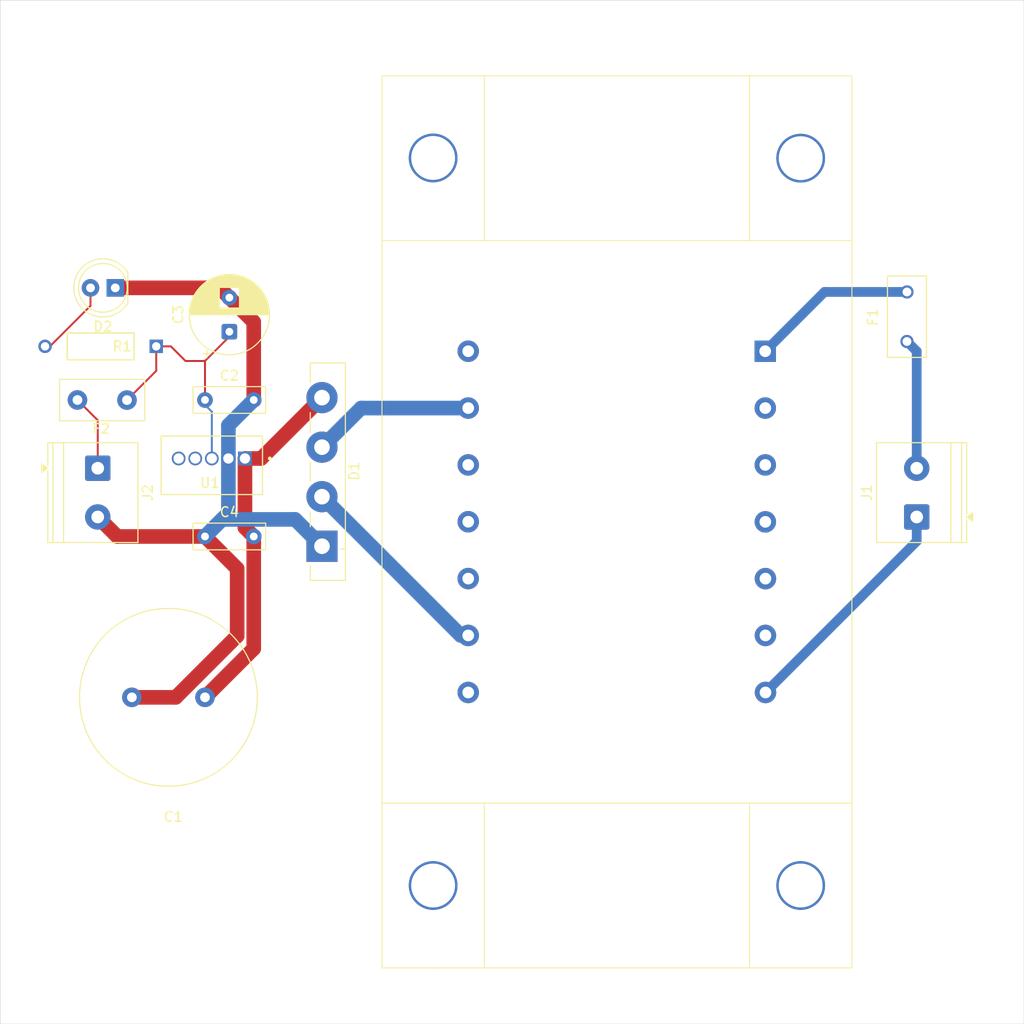
<source format=kicad_pcb>
(kicad_pcb (version 20241229) (generator "pcbnew") (generator_version "9.0")
  (layers (0 "F.Cu" signal) (2 "B.Cu" signal) (13 "F.Paste" user) (15 "B.Paste" user) (5 "F.SilkS" user "F.Silkscreen") (7 "B.SilkS" user "B.Silkscreen") (1 "F.Mask" user) (3 "B.Mask" user) (25 "Edge.Cuts" user))
  (net 0 "")
  (net 1 "Net-(D1-+)")
  (net 2 "GND")
  (net 3 "Net-(U1-Vout)")
  (net 4 "NEUT")
  (net 5 "Net-(D1-Pad2)")
  (net 6 "Net-(D2-A)")
  (net 7 "LINE")
  (net 8 "Net-(J2-Pin_1)")
  (net 9 "Net-(D1-Pad3)")
  (net 10 "Net-(F1-Pad2)")
  (footprint "Capacitor_THT:C_Radial_D18.0mm_H35.5mm_P7.50mm" (layer "F.Cu") (at 91 110.5 180)
    (property "Reference" "C1" (at 3.25 -12.25 0) (layer "F.SilkS"))
    (property "Value" "C_Polarized_Small")
    (fp_circle (center 3.75 0) (end 12.87 0) (stroke (width 0.12)) (fill no) (layer "F.SilkS"))
    (pad "1" thru_hole circle (at 0 0 180) (size 2 2) (drill 1) (layers "*.Cu" "*.Mask") (net 1 "Net-(D1-+)"))
    (pad "2" thru_hole circle (at 7.5 0 180) (size 2 2) (drill 1) (layers "*.Cu" "*.Mask") (net 2 "GND"))
  )
  (footprint "TerminalBlock_Phoenix:TerminalBlock_Phoenix_PT-1,5-2-5.0-H_1x02_P5.00mm_Horizontal" (layer "F.Cu") (at 80 87 -90)
    (property "Reference" "J2" (at 2.5 -5.12 90) (layer "F.SilkS"))
    (property "Value" "Conn_01x02")
    (fp_line (start -2.62 5.12) (end -2.62 -4.12) (stroke (width 0.12)) (layer "F.SilkS"))
    (fp_line (start -0.3 5.12) (end -2.62 5.12) (stroke (width 0.12)) (layer "F.SilkS"))
    (fp_line (start 7.62 5.12) (end 0.3 5.12) (stroke (width 0.12)) (layer "F.SilkS"))
    (fp_line (start -2.62 4.6) (end 7.62 4.6) (stroke (width 0.12)) (layer "F.SilkS"))
    (fp_line (start -2.62 3.5) (end 7.62 3.5) (stroke (width 0.12)) (layer "F.SilkS"))
    (fp_line (start -2.62 -4.12) (end 7.62 -4.12) (stroke (width 0.12)) (layer "F.SilkS"))
    (fp_line (start 7.62 -4.12) (end 7.62 5.12) (stroke (width 0.12)) (layer "F.SilkS"))
    (fp_poly (pts (xy 0 5.12) (xy 0.44 5.73) (xy -0.44 5.73)) (stroke (width 0.12)) (fill yes) (layer "F.SilkS"))
    (pad "1" thru_hole roundrect (at 0 0 270) (size 2.6 2.6) (drill 1.3) (layers "*.Cu" "*.Mask") (roundrect_rratio 0.096154) (net 8 "Net-(J2-Pin_1)"))
    (pad "2" thru_hole circle (at 5 0 270) (size 2.6 2.6) (drill 1.3) (layers "*.Cu" "*.Mask") (net 2 "GND"))
  )
  (footprint "Fuse:Fuse_Littelfuse_395Series" (layer "F.Cu") (at 83 80.01 180)
    (property "Reference" "F2" (at 2.65 -2.95 0) (layer "F.SilkS"))
    (property "Value" "Fuse_Small")
    (fp_line (start 6.91 2.12) (end 6.91 -2.12) (stroke (width 0.12)) (layer "F.SilkS"))
    (fp_line (start 6.91 2.12) (end -1.83 2.12) (stroke (width 0.12)) (layer "F.SilkS"))
    (fp_line (start -1.83 -2.12) (end 6.91 -2.12) (stroke (width 0.12)) (layer "F.SilkS"))
    (fp_line (start -1.83 -2.12) (end -1.83 2.12) (stroke (width 0.12)) (layer "F.SilkS"))
    (pad "1" thru_hole circle (at 0 0 180) (size 2 2) (drill 1) (layers "*.Cu" "*.Mask") (net 3 "Net-(U1-Vout)"))
    (pad "2" thru_hole circle (at 5.08 0.01 180) (size 2 2) (drill 1) (layers "*.Cu" "*.Mask") (net 8 "Net-(J2-Pin_1)"))
  )
  (footprint "TerminalBlock_Phoenix:TerminalBlock_Phoenix_PT-1,5-2-5.0-H_1x02_P5.00mm_Horizontal" (layer "F.Cu") (at 164 92 90)
    (property "Reference" "J1" (at 2.5 -5.12 90) (layer "F.SilkS"))
    (property "Value" "Conn_01x02")
    (fp_line (start 7.62 -4.12) (end 7.62 5.12) (stroke (width 0.12)) (layer "F.SilkS"))
    (fp_line (start -2.62 -4.12) (end 7.62 -4.12) (stroke (width 0.12)) (layer "F.SilkS"))
    (fp_line (start -2.62 3.5) (end 7.62 3.5) (stroke (width 0.12)) (layer "F.SilkS"))
    (fp_line (start -2.62 4.6) (end 7.62 4.6) (stroke (width 0.12)) (layer "F.SilkS"))
    (fp_line (start 7.62 5.12) (end 0.3 5.12) (stroke (width 0.12)) (layer "F.SilkS"))
    (fp_line (start -0.3 5.12) (end -2.62 5.12) (stroke (width 0.12)) (layer "F.SilkS"))
    (fp_line (start -2.62 5.12) (end -2.62 -4.12) (stroke (width 0.12)) (layer "F.SilkS"))
    (fp_poly (pts (xy 0 5.12) (xy 0.44 5.73) (xy -0.44 5.73)) (stroke (width 0.12)) (fill yes) (layer "F.SilkS"))
    (pad "1" thru_hole roundrect (at 0 0 90) (size 2.6 2.6) (drill 1.3) (layers "*.Cu" "*.Mask") (roundrect_rratio 0.096154) (net 4 "NEUT"))
    (pad "2" thru_hole circle (at 5 0 90) (size 2.6 2.6) (drill 1.3) (layers "*.Cu" "*.Mask") (net 7 "LINE"))
  )
  (footprint "myResistors:RES_TYCO_YR1_TYC" (layer "F.Cu") (at 86 74.5 180)
    (property "Reference" "R1" (at 3.5 0 0) (layer "F.SilkS"))
    (property "Value" "1K")
    (fp_line (start 9.1313 1.3716) (end 9.1313 -1.3716) (stroke (width 0.1524)) (layer "F.SilkS"))
    (fp_line (start 9.1313 -1.3716) (end 2.2733 -1.3716) (stroke (width 0.1524)) (layer "F.SilkS"))
    (fp_line (start 2.2733 1.3716) (end 9.1313 1.3716) (stroke (width 0.1524)) (layer "F.SilkS"))
    (fp_line (start 2.2733 -1.3716) (end 2.2733 1.3716) (stroke (width 0.1524)) (layer "F.SilkS"))
    (pad "1" thru_hole rect (at 0 0 180) (size 1.3716 1.3716) (drill 0.8636) (layers "*.Cu" "*.Mask") (net 3 "Net-(U1-Vout)"))
    (pad "2" thru_hole circle (at 11.4046 0 180) (size 1.3716 1.3716) (drill 0.8636) (layers "*.Cu" "*.Mask") (net 6 "Net-(D2-A)"))
  )
  (footprint "Capacitor_THT:C_Rect_L7.2mm_W2.5mm_P5.00mm_FKS2_FKP2_MKS2_MKP2" (layer "F.Cu") (at 96 94 180)
    (property "Reference" "C4" (at 2.5 2.5 0) (layer "F.SilkS"))
    (property "Value" "C_Small")
    (fp_line (start 6.22 1.37) (end -1.22 1.37) (stroke (width 0.12)) (layer "F.SilkS"))
    (fp_line (start 6.22 -1.37) (end 6.22 1.37) (stroke (width 0.12)) (layer "F.SilkS"))
    (fp_line (start -1.22 1.37) (end -1.22 -1.37) (stroke (width 0.12)) (layer "F.SilkS"))
    (fp_line (start -1.22 -1.37) (end 6.22 -1.37) (stroke (width 0.12)) (layer "F.SilkS"))
    (pad "1" thru_hole circle (at 0 0 180) (size 1.6 1.6) (drill 0.8) (layers "*.Cu" "*.Mask") (net 1 "Net-(D1-+)"))
    (pad "2" thru_hole circle (at 5 0 180) (size 1.6 1.6) (drill 0.8) (layers "*.Cu" "*.Mask") (net 2 "GND"))
  )
  (footprint "0697H0250_01:FUSRR508W60L835T400H810" (layer "F.Cu") (at 163 71.46 90)
    (property "Reference" "F1" (at -0.04 -3.5 90) (layer "F.SilkS"))
    (property "Value" "Fuse_Small")
    (fp_line (start 4.175 -2) (end -4.175 -2) (stroke (width 0.127)) (layer "F.SilkS"))
    (fp_line (start -4.175 -2) (end -4.175 2) (stroke (width 0.127)) (layer "F.SilkS"))
    (fp_line (start 4.175 2) (end 4.175 -2) (stroke (width 0.127)) (layer "F.SilkS"))
    (fp_line (start -4.175 2) (end 4.175 2) (stroke (width 0.127)) (layer "F.SilkS"))
    (pad "1" thru_hole circle (at -2.54 0 90) (size 1.35 1.35) (drill 0.9) (layers "*.Cu" "*.Mask") (net 7 "LINE"))
    (pad "2" thru_hole circle (at 2.54 0 90) (size 1.35 1.35) (drill 0.9) (layers "*.Cu" "*.Mask") (net 10 "Net-(F1-Pad2)"))
  )
  (footprint "Capacitor_THT:C_Rect_L7.2mm_W2.5mm_P5.00mm_FKS2_FKP2_MKS2_MKP2" (layer "F.Cu") (at 91 80)
    (property "Reference" "C2" (at 2.5 -2.5 0) (layer "F.SilkS"))
    (property "Value" "C_Small")
    (fp_line (start -1.22 -1.37) (end 6.22 -1.37) (stroke (width 0.12)) (layer "F.SilkS"))
    (fp_line (start -1.22 1.37) (end -1.22 -1.37) (stroke (width 0.12)) (layer "F.SilkS"))
    (fp_line (start 6.22 -1.37) (end 6.22 1.37) (stroke (width 0.12)) (layer "F.SilkS"))
    (fp_line (start 6.22 1.37) (end -1.22 1.37) (stroke (width 0.12)) (layer "F.SilkS"))
    (pad "1" thru_hole circle (at 0 0) (size 1.6 1.6) (drill 0.8) (layers "*.Cu" "*.Mask") (net 3 "Net-(U1-Vout)"))
    (pad "2" thru_hole circle (at 5 0) (size 1.6 1.6) (drill 0.8) (layers "*.Cu" "*.Mask") (net 2 "GND"))
  )
  (footprint "CONV_TSR_3-2450:CONV_TSR_3-2450" (layer "F.Cu") (at 91.7 86)
    (property "Reference" "U1" (at -0.2 2.5 0) (layer "F.SilkS"))
    (property "Value" "TSR3-2450N")
    (fp_line (start -5.2 -2.3) (end 5.2 -2.3) (stroke (width 0.127)) (layer "F.SilkS"))
    (fp_line (start -5.2 3.7) (end -5.2 -2.3) (stroke (width 0.127)) (layer "F.SilkS"))
    (fp_line (start 5.2 -2.3) (end 5.2 3.7) (stroke (width 0.127)) (layer "F.SilkS"))
    (fp_line (start 5.2 3.7) (end -5.2 3.7) (stroke (width 0.127)) (layer "F.SilkS"))
    (fp_circle (center 5.95 0) (end 6.05 0) (stroke (width 0.2)) (fill no) (layer "F.SilkS"))
    (pad "1" thru_hole rect (at 3.4 0) (size 1.41 1.41) (drill 1.06) (layers "*.Cu" "*.Mask") (net 1 "Net-(D1-+)"))
    (pad "2" thru_hole circle (at 1.7 0) (size 1.41 1.41) (drill 1.06) (layers "*.Cu" "*.Mask") (net 2 "GND"))
    (pad "3" thru_hole circle (at 0 0) (size 1.41 1.41) (drill 1.06) (layers "*.Cu" "*.Mask") (net 3 "Net-(U1-Vout)"))
    (pad "4" thru_hole circle (at -1.7 0) (size 1.41 1.41) (drill 1.06) (layers "*.Cu" "*.Mask"))
    (pad "5" thru_hole circle (at -3.4 0) (size 1.41 1.41) (drill 1.06) (layers "*.Cu" "*.Mask"))
  )
  (footprint "Capacitor_THT:CP_Radial_D8.0mm_P3.50mm" (layer "F.Cu") (at 93.5 73 90)
    (property "Reference" "C3" (at 1.75 -5.25 90) (layer "F.SilkS"))
    (property "Value" "C_Polarized_Small")
    (fp_line (start 1.79 -4.08) (end 1.79 4.08) (stroke (width 0.12)) (layer "F.SilkS"))
    (fp_line (start 1.75 -4.08) (end 1.75 4.08) (stroke (width 0.12)) (layer "F.SilkS"))
    (fp_line (start 1.83 -4.079) (end 1.83 4.079) (stroke (width 0.12)) (layer "F.SilkS"))
    (fp_line (start 1.87 -4.078) (end 1.87 4.078) (stroke (width 0.12)) (layer "F.SilkS"))
    (fp_line (start 1.91 -4.077) (end 1.91 4.077) (stroke (width 0.12)) (layer "F.SilkS"))
    (fp_line (start 1.95 -4.075) (end 1.95 4.075) (stroke (width 0.12)) (layer "F.SilkS"))
    (fp_line (start 1.99 -4.073) (end 1.99 4.073) (stroke (width 0.12)) (layer "F.SilkS"))
    (fp_line (start 2.03 -4.07) (end 2.03 4.07) (stroke (width 0.12)) (layer "F.SilkS"))
    (fp_line (start 2.07 -4.068) (end 2.07 4.068) (stroke (width 0.12)) (layer "F.SilkS"))
    (fp_line (start 2.11 -4.064) (end 2.11 4.064) (stroke (width 0.12)) (layer "F.SilkS"))
    (fp_line (start 2.15 -4.061) (end 2.15 4.061) (stroke (width 0.12)) (layer "F.SilkS"))
    (fp_line (start 2.19 -4.056) (end 2.19 4.056) (stroke (width 0.12)) (layer "F.SilkS"))
    (fp_line (start 2.23 -4.052) (end 2.23 4.052) (stroke (width 0.12)) (layer "F.SilkS"))
    (fp_line (start 2.27 -4.047) (end 2.27 4.047) (stroke (width 0.12)) (layer "F.SilkS"))
    (fp_line (start 2.31 -4.042) (end 2.31 4.042) (stroke (width 0.12)) (layer "F.SilkS"))
    (fp_line (start 2.35 -4.036) (end 2.35 4.036) (stroke (width 0.12)) (layer "F.SilkS"))
    (fp_line (start 2.39 -4.03) (end 2.39 4.03) (stroke (width 0.12)) (layer "F.SilkS"))
    (fp_line (start 2.43 -4.023) (end 2.43 4.023) (stroke (width 0.12)) (layer "F.SilkS"))
    (fp_line (start 2.47 -4.017) (end 2.47 -1.04) (stroke (width 0.12)) (layer "F.SilkS"))
    (fp_line (start 2.51 -4.009) (end 2.51 -1.04) (stroke (width 0.12)) (layer "F.SilkS"))
    (fp_line (start 2.55 -4.002) (end 2.55 -1.04) (stroke (width 0.12)) (layer "F.SilkS"))
    (fp_line (start 2.59 -3.993) (end 2.59 -1.04) (stroke (width 0.12)) (layer "F.SilkS"))
    (fp_line (start 2.63 -3.985) (end 2.63 -1.04) (stroke (width 0.12)) (layer "F.SilkS"))
    (fp_line (start 2.67 -3.976) (end 2.67 -1.04) (stroke (width 0.12)) (layer "F.SilkS"))
    (fp_line (start 2.71 -3.967) (end 2.71 -1.04) (stroke (width 0.12)) (layer "F.SilkS"))
    (fp_line (start 2.75 -3.957) (end 2.75 -1.04) (stroke (width 0.12)) (layer "F.SilkS"))
    (fp_line (start 2.79 -3.947) (end 2.79 -1.04) (stroke (width 0.12)) (layer "F.SilkS"))
    (fp_line (start 2.83 -3.936) (end 2.83 -1.04) (stroke (width 0.12)) (layer "F.SilkS"))
    (fp_line (start 2.87 -3.925) (end 2.87 -1.04) (stroke (width 0.12)) (layer "F.SilkS"))
    (fp_line (start 2.91 -3.913) (end 2.91 -1.04) (stroke (width 0.12)) (layer "F.SilkS"))
    (fp_line (start 2.95 -3.901) (end 2.95 -1.04) (stroke (width 0.12)) (layer "F.SilkS"))
    (fp_line (start 2.99 -3.889) (end 2.99 -1.04) (stroke (width 0.12)) (layer "F.SilkS"))
    (fp_line (start 3.03 -3.876) (end 3.03 -1.04) (stroke (width 0.12)) (layer "F.SilkS"))
    (fp_line (start 3.07 -3.863) (end 3.07 -1.04) (stroke (width 0.12)) (layer "F.SilkS"))
    (fp_line (start 3.11 -3.849) (end 3.11 -1.04) (stroke (width 0.12)) (layer "F.SilkS"))
    (fp_line (start 3.15 -3.835) (end 3.15 -1.04) (stroke (width 0.12)) (layer "F.SilkS"))
    (fp_line (start 3.19 -3.82) (end 3.19 -1.04) (stroke (width 0.12)) (layer "F.SilkS"))
    (fp_line (start 3.23 -3.805) (end 3.23 -1.04) (stroke (width 0.12)) (layer "F.SilkS"))
    (fp_line (start 3.27 -3.789) (end 3.27 -1.04) (stroke (width 0.12)) (layer "F.SilkS"))
    (fp_line (start 3.31 -3.773) (end 3.31 -1.04) (stroke (width 0.12)) (layer "F.SilkS"))
    (fp_line (start 3.35 -3.757) (end 3.35 -1.04) (stroke (width 0.12)) (layer "F.SilkS"))
    (fp_line (start 3.39 -3.74) (end 3.39 -1.04) (stroke (width 0.12)) (layer "F.SilkS"))
    (fp_line (start 3.43 -3.722) (end 3.43 -1.04) (stroke (width 0.12)) (layer "F.SilkS"))
    (fp_line (start 3.47 -3.704) (end 3.47 -1.04) (stroke (width 0.12)) (layer "F.SilkS"))
    (fp_line (start 3.51 -3.685) (end 3.51 -1.04) (stroke (width 0.12)) (layer "F.SilkS"))
    (fp_line (start 3.55 -3.666) (end 3.55 -1.04) (stroke (width 0.12)) (layer "F.SilkS"))
    (fp_line (start 3.59 -3.646) (end 3.59 -1.04) (stroke (width 0.12)) (layer "F.SilkS"))
    (fp_line (start 3.63 -3.626) (end 3.63 -1.04) (stroke (width 0.12)) (layer "F.SilkS"))
    (fp_line (start 3.67 -3.605) (end 3.67 -1.04) (stroke (width 0.12)) (layer "F.SilkS"))
    (fp_line (start 3.71 -3.584) (end 3.71 -1.04) (stroke (width 0.12)) (layer "F.SilkS"))
    (fp_line (start 3.75 -3.562) (end 3.75 -1.04) (stroke (width 0.12)) (layer "F.SilkS"))
    (fp_line (start 3.79 -3.539) (end 3.79 -1.04) (stroke (width 0.12)) (layer "F.SilkS"))
    (fp_line (start 3.83 -3.516) (end 3.83 -1.04) (stroke (width 0.12)) (layer "F.SilkS"))
    (fp_line (start 3.87 -3.493) (end 3.87 -1.04) (stroke (width 0.12)) (layer "F.SilkS"))
    (fp_line (start 3.91 -3.468) (end 3.91 -1.04) (stroke (width 0.12)) (layer "F.SilkS"))
    (fp_line (start 3.95 -3.443) (end 3.95 -1.04) (stroke (width 0.12)) (layer "F.SilkS"))
    (fp_line (start 3.99 -3.418) (end 3.99 -1.04) (stroke (width 0.12)) (layer "F.SilkS"))
    (fp_line (start 4.03 -3.392) (end 4.03 -1.04) (stroke (width 0.12)) (layer "F.SilkS"))
    (fp_line (start 4.07 -3.365) (end 4.07 -1.04) (stroke (width 0.12)) (layer "F.SilkS"))
    (fp_line (start 4.11 -3.337) (end 4.11 -1.04) (stroke (width 0.12)) (layer "F.SilkS"))
    (fp_line (start 4.15 -3.309) (end 4.15 -1.04) (stroke (width 0.12)) (layer "F.SilkS"))
    (fp_line (start 4.19 -3.28) (end 4.19 -1.04) (stroke (width 0.12)) (layer "F.SilkS"))
    (fp_line (start 4.23 -3.25) (end 4.23 -1.04) (stroke (width 0.12)) (layer "F.SilkS"))
    (fp_line (start 4.27 -3.219) (end 4.27 -1.04) (stroke (width 0.12)) (layer "F.SilkS"))
    (fp_line (start 4.31 -3.188) (end 4.31 -1.04) (stroke (width 0.12)) (layer "F.SilkS"))
    (fp_line (start 4.35 -3.156) (end 4.35 -1.04) (stroke (width 0.12)) (layer "F.SilkS"))
    (fp_line (start 4.39 -3.123) (end 4.39 -1.04) (stroke (width 0.12)) (layer "F.SilkS"))
    (fp_line (start 4.43 -3.089) (end 4.43 -1.04) (stroke (width 0.12)) (layer "F.SilkS"))
    (fp_line (start 4.47 -3.055) (end 4.47 -1.04) (stroke (width 0.12)) (layer "F.SilkS"))
    (fp_line (start 4.51 -3.019) (end 4.51 -1.04) (stroke (width 0.12)) (layer "F.SilkS"))
    (fp_line (start 4.55 -2.982) (end 4.55 2.982) (stroke (width 0.12)) (layer "F.SilkS"))
    (fp_line (start 4.59 -2.945) (end 4.59 2.945) (stroke (width 0.12)) (layer "F.SilkS"))
    (fp_line (start 4.63 -2.906) (end 4.63 2.906) (stroke (width 0.12)) (layer "F.SilkS"))
    (fp_line (start 4.67 -2.867) (end 4.67 2.867) (stroke (width 0.12)) (layer "F.SilkS"))
    (fp_line (start 4.71 -2.826) (end 4.71 2.826) (stroke (width 0.12)) (layer "F.SilkS"))
    (fp_line (start 4.75 -2.784) (end 4.75 2.784) (stroke (width 0.12)) (layer "F.SilkS"))
    (fp_line (start 4.79 -2.741) (end 4.79 2.741) (stroke (width 0.12)) (layer "F.SilkS"))
    (fp_line (start -2.259698 -2.715) (end -2.259698 -1.915) (stroke (width 0.12)) (layer "F.SilkS"))
    (fp_line (start 4.83 -2.696) (end 4.83 2.696) (stroke (width 0.12)) (layer "F.SilkS"))
    (fp_line (start 4.87 -2.651) (end 4.87 2.651) (stroke (width 0.12)) (layer "F.SilkS"))
    (fp_line (start 4.91 -2.604) (end 4.91 2.604) (stroke (width 0.12)) (layer "F.SilkS"))
    (fp_line (start 4.95 -2.555) (end 4.95 2.555) (stroke (width 0.12)) (layer "F.SilkS"))
    (fp_line (start 4.99 -2.505) (end 4.99 2.505) (stroke (width 0.12)) (layer "F.SilkS"))
    (fp_line (start 5.03 -2.453) (end 5.03 2.453) (stroke (width 0.12)) (layer "F.SilkS"))
    (fp_line (start 5.07 -2.4) (end 5.07 2.4) (stroke (width 0.12)) (layer "F.SilkS"))
    (fp_line (start 5.11 -2.344) (end 5.11 2.344) (stroke (width 0.12)) (layer "F.SilkS"))
    (fp_line (start -2.659698 -2.315) (end -1.859698 -2.315) (stroke (width 0.12)) (layer "F.SilkS"))
    (fp_line (start 5.15 -2.287) (end 5.15 2.287) (stroke (width 0.12)) (layer "F.SilkS"))
    (fp_line (start 5.19 -2.227) (end 5.19 2.227) (stroke (width 0.12)) (layer "F.SilkS"))
    (fp_line (start 5.23 -2.165) (end 5.23 2.165) (stroke (width 0.12)) (layer "F.SilkS"))
    (fp_line (start 5.27 -2.101) (end 5.27 2.101) (stroke (width 0.12)) (layer "F.SilkS"))
    (fp_line (start 5.31 -2.034) (end 5.31 2.034) (stroke (width 0.12)) (layer "F.SilkS"))
    (fp_line (start 5.35 -1.964) (end 5.35 1.964) (stroke (width 0.12)) (layer "F.SilkS"))
    (fp_line (start 5.39 -1.89) (end 5.39 1.89) (stroke (width 0.12)) (layer "F.SilkS"))
    (fp_line (start 5.43 -1.813) (end 5.43 1.813) (stroke (width 0.12)) (layer "F.SilkS"))
    (fp_line (start 5.47 -1.731) (end 5.47 1.731) (stroke (width 0.12)) (layer "F.SilkS"))
    (fp_line (start 5.51 -1.644) (end 5.51 1.644) (stroke (width 0.12)) (layer "F.SilkS"))
    (fp_line (start 5.55 -1.552) (end 5.55 1.552) (stroke (width 0.12)) (layer "F.SilkS"))
    (fp_line (start 5.59 -1.453) (end 5.59 1.453) (stroke (width 0.12)) (layer "F.SilkS"))
    (fp_line (start 5.63 -1.346) (end 5.63 1.346) (stroke (width 0.12)) (layer "F.SilkS"))
    (fp_line (start 5.67 -1.228) (end 5.67 1.228) (stroke (width 0.12)) (layer "F.SilkS"))
    (fp_line (start 5.71 -1.097) (end 5.71 1.097) (stroke (width 0.12)) (layer "F.SilkS"))
    (fp_line (start 5.75 -0.947) (end 5.75 0.947) (stroke (width 0.12)) (layer "F.SilkS"))
    (fp_line (start 5.79 -0.768) (end 5.79 0.768) (stroke (width 0.12)) (layer "F.SilkS"))
    (fp_line (start 5.83 -0.533) (end 5.83 0.533) (stroke (width 0.12)) (layer "F.SilkS"))
    (fp_line (start 4.51 1.04) (end 4.51 3.019) (stroke (width 0.12)) (layer "F.SilkS"))
    (fp_line (start 4.47 1.04) (end 4.47 3.055) (stroke (width 0.12)) (layer "F.SilkS"))
    (fp_line (start 4.43 1.04) (end 4.43 3.089) (stroke (width 0.12)) (layer "F.SilkS"))
    (fp_line (start 4.39 1.04) (end 4.39 3.123) (stroke (width 0.12)) (layer "F.SilkS"))
    (fp_line (start 4.35 1.04) (end 4.35 3.156) (stroke (width 0.12)) (layer "F.SilkS"))
    (fp_line (start 4.31 1.04) (end 4.31 3.188) (stroke (width 0.12)) (layer "F.SilkS"))
    (fp_line (start 4.27 1.04) (end 4.27 3.219) (stroke (width 0.12)) (layer "F.SilkS"))
    (fp_line (start 4.23 1.04) (end 4.23 3.25) (stroke (width 0.12)) (layer "F.SilkS"))
    (fp_line (start 4.19 1.04) (end 4.19 3.28) (stroke (width 0.12)) (layer "F.SilkS"))
    (fp_line (start 4.15 1.04) (end 4.15 3.309) (stroke (width 0.12)) (layer "F.SilkS"))
    (fp_line (start 4.11 1.04) (end 4.11 3.337) (stroke (width 0.12)) (layer "F.SilkS"))
    (fp_line (start 4.07 1.04) (end 4.07 3.365) (stroke (width 0.12)) (layer "F.SilkS"))
    (fp_line (start 4.03 1.04) (end 4.03 3.392) (stroke (width 0.12)) (layer "F.SilkS"))
    (fp_line (start 3.99 1.04) (end 3.99 3.418) (stroke (width 0.12)) (layer "F.SilkS"))
    (fp_line (start 3.95 1.04) (end 3.95 3.443) (stroke (width 0.12)) (layer "F.SilkS"))
    (fp_line (start 3.91 1.04) (end 3.91 3.468) (stroke (width 0.12)) (layer "F.SilkS"))
    (fp_line (start 3.87 1.04) (end 3.87 3.493) (stroke (width 0.12)) (layer "F.SilkS"))
    (fp_line (start 3.83 1.04) (end 3.83 3.516) (stroke (width 0.12)) (layer "F.SilkS"))
    (fp_line (start 3.79 1.04) (end 3.79 3.539) (stroke (width 0.12)) (layer "F.SilkS"))
    (fp_line (start 3.75 1.04) (end 3.75 3.562) (stroke (width 0.12)) (layer "F.SilkS"))
    (fp_line (start 3.71 1.04) (end 3.71 3.584) (stroke (width 0.12)) (layer "F.SilkS"))
    (fp_line (start 3.67 1.04) (end 3.67 3.605) (stroke (width 0.12)) (layer "F.SilkS"))
    (fp_line (start 3.63 1.04) (end 3.63 3.626) (stroke (width 0.12)) (layer "F.SilkS"))
    (fp_line (start 3.59 1.04) (end 3.59 3.646) (stroke (width 0.12)) (layer "F.SilkS"))
    (fp_line (start 3.55 1.04) (end 3.55 3.666) (stroke (width 0.12)) (layer "F.SilkS"))
    (fp_line (start 3.51 1.04) (end 3.51 3.685) (stroke (width 0.12)) (layer "F.SilkS"))
    (fp_line (start 3.47 1.04) (end 3.47 3.704) (stroke (width 0.12)) (layer "F.SilkS"))
    (fp_line (start 3.43 1.04) (end 3.43 3.722) (stroke (width 0.12)) (layer "F.SilkS"))
    (fp_line (start 3.39 1.04) (end 3.39 3.74) (stroke (width 0.12)) (layer "F.SilkS"))
    (fp_line (start 3.35 1.04) (end 3.35 3.757) (stroke (width 0.12)) (layer "F.SilkS"))
    (fp_line (start 3.31 1.04) (end 3.31 3.773) (stroke (width 0.12)) (layer "F.SilkS"))
    (fp_line (start 3.27 1.04) (end 3.27 3.789) (stroke (width 0.12)) (layer "F.SilkS"))
    (fp_line (start 3.23 1.04) (end 3.23 3.805) (stroke (width 0.12)) (layer "F.SilkS"))
    (fp_line (start 3.19 1.04) (end 3.19 3.82) (stroke (width 0.12)) (layer "F.SilkS"))
    (fp_line (start 3.15 1.04) (end 3.15 3.835) (stroke (width 0.12)) (layer "F.SilkS"))
    (fp_line (start 3.11 1.04) (end 3.11 3.849) (stroke (width 0.12)) (layer "F.SilkS"))
    (fp_line (start 3.07 1.04) (end 3.07 3.863) (stroke (width 0.12)) (layer "F.SilkS"))
    (fp_line (start 3.03 1.04) (end 3.03 3.876) (stroke (width 0.12)) (layer "F.SilkS"))
    (fp_line (start 2.99 1.04) (end 2.99 3.889) (stroke (width 0.12)) (layer "F.SilkS"))
    (fp_line (start 2.95 1.04) (end 2.95 3.901) (stroke (width 0.12)) (layer "F.SilkS"))
    (fp_line (start 2.91 1.04) (end 2.91 3.913) (stroke (width 0.12)) (layer "F.SilkS"))
    (fp_line (start 2.87 1.04) (end 2.87 3.925) (stroke (width 0.12)) (layer "F.SilkS"))
    (fp_line (start 2.83 1.04) (end 2.83 3.936) (stroke (width 0.12)) (layer "F.SilkS"))
    (fp_line (start 2.79 1.04) (end 2.79 3.947) (stroke (width 0.12)) (layer "F.SilkS"))
    (fp_line (start 2.75 1.04) (end 2.75 3.957) (stroke (width 0.12)) (layer "F.SilkS"))
    (fp_line (start 2.71 1.04) (end 2.71 3.967) (stroke (width 0.12)) (layer "F.SilkS"))
    (fp_line (start 2.67 1.04) (end 2.67 3.976) (stroke (width 0.12)) (layer "F.SilkS"))
    (fp_line (start 2.63 1.04) (end 2.63 3.985) (stroke (width 0.12)) (layer "F.SilkS"))
    (fp_line (start 2.59 1.04) (end 2.59 3.993) (stroke (width 0.12)) (layer "F.SilkS"))
    (fp_line (start 2.55 1.04) (end 2.55 4.002) (stroke (width 0.12)) (layer "F.SilkS"))
    (fp_line (start 2.51 1.04) (end 2.51 4.009) (stroke (width 0.12)) (layer "F.SilkS"))
    (fp_line (start 2.47 1.04) (end 2.47 4.017) (stroke (width 0.12)) (layer "F.SilkS"))
    (fp_circle (center 1.75 0) (end 5.87 0) (stroke (width 0.12)) (fill no) (layer "F.SilkS"))
    (pad "1" thru_hole roundrect (at 0 0 90) (size 1.6 1.6) (drill 0.8) (layers "*.Cu" "*.Mask") (roundrect_rratio 0.15625) (net 3 "Net-(U1-Vout)"))
    (pad "2" thru_hole circle (at 3.5 0 90) (size 1.6 1.6) (drill 0.8) (layers "*.Cu" "*.Mask") (net 2 "GND"))
  )
  (footprint "LED_THT:LED_D5.0mm" (layer "F.Cu") (at 81.7977 68.5 180)
    (property "Reference" "D2" (at 1.27 -3.96 0) (layer "F.SilkS"))
    (property "Value" "LED")
    (fp_line (start -1.29 -1.545) (end -1.29 1.545) (stroke (width 0.12)) (layer "F.SilkS"))
    (fp_arc (start 4.26 0) (mid 2.071779 2.880495) (end -1.29 1.54483) (stroke (width 0.12)) (layer "F.SilkS"))
    (fp_arc (start -1.29 -1.54483) (mid 2.071779 -2.880495) (end 4.26 0) (stroke (width 0.12)) (layer "F.SilkS"))
    (fp_circle (center 1.27 0) (end 3.77 0) (stroke (width 0.12)) (fill no) (layer "F.SilkS"))
    (pad "1" thru_hole rect (at 0 0 180) (size 1.8 1.8) (drill 0.9) (layers "*.Cu" "*.Mask") (net 2 "GND"))
    (pad "2" thru_hole circle (at 2.54 0 180) (size 1.8 1.8) (drill 0.9) (layers "*.Cu" "*.Mask") (net 6 "Net-(D2-A)"))
  )
  (footprint "My_Transformers:ASL171112" (layer "F.Cu") (at 133.35 81.45 180)
    (property "Reference" "TR1" (hide yes))
    (property "Value" "TEZ16.0-D-1" (hide yes))
    (fp_line (start 24.2 17.8) (end -24 17.8) (stroke (width 0.1)) (layer "F.SilkS"))
    (fp_line (start 24.2 -39.9) (end 24.2 -56.8) (stroke (width 0.1)) (layer "F.SilkS"))
    (fp_line (start 24.2 -56.8) (end -24 -56.8) (stroke (width 0.1)) (layer "F.SilkS"))
    (fp_line (start 18.95 -56.8) (end 18.975 -56.8) (stroke (width 0.1)) (layer "F.SilkS"))
    (fp_line (start 15.29 -5.21) (end 15.28 -5.21) (stroke (width 0.1)) (layer "F.SilkS"))
    (fp_line (start 15.28 0.62) (end 15.35 0.62) (stroke (width 0.1)) (layer "F.SilkS"))
    (fp_line (start 15.28 -5.21) (end 15.42 -5.21) (stroke (width 0.1)) (layer "F.SilkS"))
    (fp_line (start 15.24 -11.04) (end 15.349314 -11.039964) (stroke (width 0.1)) (layer "F.SilkS"))
    (fp_line (start 15.24 -16.87) (end 15.35 -16.87) (stroke (width 0.1)) (layer "F.SilkS"))
    (fp_line (start 13.7 34.7) (end 13.7 17.8) (stroke (width 0.1)) (layer "F.SilkS"))
    (fp_line (start 13.7 -56.8) (end 13.7 -39.9) (stroke (width 0.1)) (layer "F.SilkS"))
    (fp_line (start -13.5 34.7) (end -13.5 17.8) (stroke (width 0.1)) (layer "F.SilkS"))
    (fp_line (start -13.5 -56.8) (end -13.5 -39.9) (stroke (width 0.1)) (layer "F.SilkS"))
    (fp_line (start -24 -39.9) (end -24 -56.8) (stroke (width 0.1)) (layer "F.SilkS"))
    (fp_rect (start -24 -39.9) (end 24.2 34.7) (stroke (width 0.1)) (fill no) (layer "F.SilkS"))
    (pad "" np_thru_hole circle (at -18.750184 26.252697 180) (size 5 5) (drill 4.5) (layers "*.Cu" "*.Mask"))
    (pad "" np_thru_hole circle (at -18.75 -48.35 180) (size 5 5) (drill 4.5) (layers "*.Cu" "*.Mask"))
    (pad "" np_thru_hole circle (at 18.95 -48.35 180) (size 5 5) (drill 4.5) (layers "*.Cu" "*.Mask"))
    (pad "" np_thru_hole circle (at 18.95 26.275 180) (size 5 5) (drill 4.5) (layers "*.Cu" "*.Mask"))
    (pad "1" thru_hole rect (at -15.109835 6.45041 180) (size 2.2 2.2) (drill 1.2) (layers "*.Cu" "*.Mask") (net 10 "Net-(F1-Pad2)"))
    (pad "2" thru_hole circle (at -15.119939 0.62 180) (size 2.2 2.2) (drill 1.2) (layers "*.Cu" "*.Mask"))
    (pad "3" thru_hole circle (at -15.119939 -5.21 180) (size 2.2 2.2) (drill 1.2) (layers "*.Cu" "*.Mask"))
    (pad "4" thru_hole circle (at -15.125 -11.05 180) (size 2.2 2.2) (drill 1.2) (layers "*.Cu" "*.Mask"))
    (pad "5" thru_hole circle (at -15.135095 -16.875 180) (size 2.2 2.2) (drill 1.2) (layers "*.Cu" "*.Mask"))
    (pad "6" thru_hole circle (at -15.135095 -22.7 180) (size 2.2 2.2) (drill 1.2) (layers "*.Cu" "*.Mask"))
    (pad "7" thru_hole circle (at -15.140165 -28.55041 180) (size 2.2 2.2) (drill 1.2) (layers "*.Cu" "*.Mask") (net 4 "NEUT"))
    (pad "8" thru_hole circle (at 15.35 -28.55 180) (size 2.2 2.2) (drill 1.2) (layers "*.Cu" "*.Mask"))
    (pad "9" thru_hole circle (at 15.35 -22.7 180) (size 2.2 2.2) (drill 1.2) (layers "*.Cu" "*.Mask") (net 5 "Net-(D1-Pad2)"))
    (pad "10" thru_hole circle (at 15.35 -16.87 180) (size 2.2 2.2) (drill 1.2) (layers "*.Cu" "*.Mask"))
    (pad "11" thru_hole circle (at 15.349314 -11.039964 180) (size 2.2 2.2) (drill 1.2) (layers "*.Cu" "*.Mask"))
    (pad "12" thru_hole circle (at 15.35 -5.21 180) (size 2.2 2.2) (drill 1.2) (layers "*.Cu" "*.Mask"))
    (pad "13" thru_hole circle (at 15.35 0.62 180) (size 2.2 2.2) (drill 1.2) (layers "*.Cu" "*.Mask") (net 9 "Net-(D1-Pad3)"))
    (pad "14" thru_hole circle (at 15.35 6.45 180) (size 2.2 2.2) (drill 1.2) (layers "*.Cu" "*.Mask"))
  )
  (footprint "Diode_THT:Diode_Bridge_Vishay_GBU" (layer "F.Cu") (at 103 95 90)
    (property "Reference" "D1" (at 7.7 3.3 90) (layer "F.SilkS"))
    (property "Value" "B125C3x00-2200A")
    (fp_line (start 18.8 -1.2) (end 18.8 2.4) (stroke (width 0.12)) (layer "F.SilkS"))
    (fp_line (start 16.8 -1.2) (end 18.8 -1.2) (stroke (width 0.12)) (layer "F.SilkS"))
    (fp_line (start 11.7 -1.2) (end 13.7 -1.2) (stroke (width 0.12)) (layer "F.SilkS"))
    (fp_line (start 6.7 -1.2) (end 8.6 -1.2) (stroke (width 0.12)) (layer "F.SilkS"))
    (fp_line (start 2 -1.2) (end 3.5 -1.2) (stroke (width 0.12)) (layer "F.SilkS"))
    (fp_line (start -3.5 -1.2) (end -2 -1.2) (stroke (width 0.12)) (layer "F.SilkS"))
    (fp_line (start 18.8 2.4) (end -3.5 2.4) (stroke (width 0.12)) (layer "F.SilkS"))
    (fp_line (start -0.3 2.4) (end -0.3 1.9) (stroke (width 0.12)) (layer "F.SilkS"))
    (fp_line (start -3.5 2.4) (end -3.5 -1.2) (stroke (width 0.12)) (layer "F.SilkS"))
    (pad "1" thru_hole rect (at 0 0 90) (size 3.2 3.2) (drill 1.6) (layers "*.Cu" "*.Mask") (net 2 "GND"))
    (pad "2" thru_hole circle (at 5.08 0 90) (size 3.2 3.2) (drill 1.6) (layers "*.Cu" "*.Mask") (net 5 "Net-(D1-Pad2)"))
    (pad "3" thru_hole circle (at 10.16 0 90) (size 3.2 3.2) (drill 1.6) (layers "*.Cu" "*.Mask") (net 9 "Net-(D1-Pad3)"))
    (pad "4" thru_hole circle (at 15.24 0 90) (size 3.2 3.2) (drill 1.6) (layers "*.Cu" "*.Mask") (net 1 "Net-(D1-+)"))
  )
  (gr_line (start 70 39) (end 175 39) (stroke (width 0.05)) (layer "Edge.Cuts"))
  (gr_line (start 70 144) (end 70 39) (stroke (width 0.05)) (layer "Edge.Cuts"))
  (gr_line (start 175 144) (end 70 144) (stroke (width 0.05)) (layer "Edge.Cuts"))
  (gr_line (start 175 39) (end 175 144) (stroke (width 0.05)) (layer "Edge.Cuts"))
  (segment (start 95.1 86) (end 95.1 93.1) (width 1.5) (layer "F.Cu") (net 1))
  (segment (start 96.76 86) (end 103 79.76) (width 1.5) (layer "F.Cu") (net 1))
  (segment (start 96 105.5) (end 91 110.5) (width 1.5) (layer "F.Cu") (net 1))
  (segment (start 95.1 86) (end 96.76 86) (width 1.5) (layer "F.Cu") (net 1))
  (segment (start 95.1 93.1) (end 96 94) (width 1.5) (layer "F.Cu") (net 1))
  (segment (start 96 94) (end 96 105.5) (width 1.5) (layer "F.Cu") (net 1))
  (segment (start 93.5 69.5) (end 96 72) (width 1.5) (layer "F.Cu") (net 2))
  (segment (start 92.5 68.5) (end 93.5 69.5) (width 1.5) (layer "F.Cu") (net 2))
  (segment (start 82 94) (end 80 92) (width 1.5) (layer "F.Cu") (net 2))
  (segment (start 81.7977 68.5) (end 92.5 68.5) (width 1.5) (layer "F.Cu") (net 2))
  (segment (start 94.299 97.299) (end 94.299 104.201) (width 1.5) (layer "F.Cu") (net 2))
  (segment (start 91 94) (end 82 94) (width 1.5) (layer "F.Cu") (net 2))
  (segment (start 96 72) (end 96 80) (width 1.5) (layer "F.Cu") (net 2))
  (segment (start 88 110.5) (end 83.5 110.5) (width 1.5) (layer "F.Cu") (net 2))
  (segment (start 94.299 104.201) (end 88 110.5) (width 1.5) (layer "F.Cu") (net 2))
  (segment (start 91 94) (end 94.299 97.299) (width 1.5) (layer "F.Cu") (net 2))
  (segment (start 93.4 86) (end 93.4 91.6) (width 1.5) (layer "B.Cu") (net 2))
  (segment (start 93.4 82.6) (end 96 80) (width 1.5) (layer "B.Cu") (net 2))
  (segment (start 93.4 91.6) (end 91 94) (width 1.5) (layer "B.Cu") (net 2))
  (segment (start 103 95) (end 100.249 92.249) (width 1.5) (layer "B.Cu") (net 2))
  (segment (start 92.751 92.249) (end 91 94) (width 1.5) (layer "B.Cu") (net 2))
  (segment (start 100.249 92.249) (end 92.751 92.249) (width 1.5) (layer "B.Cu") (net 2))
  (segment (start 93.4 86) (end 93.4 82.6) (width 1.5) (layer "B.Cu") (net 2))
  (segment (start 86 77.01) (end 86 74.5) (width 0.2) (layer "F.Cu") (net 3))
  (segment (start 91 76) (end 91 80) (width 0.2) (layer "F.Cu") (net 3))
  (segment (start 93.5 73) (end 93.5 73.5) (width 0.2) (layer "F.Cu") (net 3))
  (segment (start 83 80.01) (end 86 77.01) (width 0.2) (layer "F.Cu") (net 3))
  (segment (start 87.5 74.5) (end 89 76) (width 0.2) (layer "F.Cu") (net 3))
  (segment (start 93.5 73.5) (end 91 76) (width 0.2) (layer "F.Cu") (net 3))
  (segment (start 86 74.5) (end 87.5 74.5) (width 0.2) (layer "F.Cu") (net 3))
  (segment (start 89 76) (end 91 76) (width 0.2) (layer "F.Cu") (net 3))
  (segment (start 91 80.5) (end 91.7 81.2) (width 0.2) (layer "B.Cu") (net 3))
  (segment (start 91 80) (end 91 80.5) (width 0.2) (layer "B.Cu") (net 3))
  (segment (start 91.7 81.2) (end 91.7 86) (width 0.2) (layer "B.Cu") (net 3))
  (segment (start 163.699 92.301) (end 164 92.301) (width 1) (layer "F.Cu") (net 4))
  (segment (start 148.490165 110.00041) (end 164 94.490575) (width 1) (layer "B.Cu") (net 4))
  (segment (start 164 94.490575) (end 164 92) (width 1) (layer "B.Cu") (net 4))
  (segment (start 103.77 89.92) (end 103 89.92) (width 1.5) (layer "F.Cu") (net 5))
  (segment (start 103 89.92) (end 117.23 104.15) (width 1.5) (layer "B.Cu") (net 5))
  (segment (start 117.23 104.15) (end 118 104.15) (width 1.5) (layer "B.Cu") (net 5))
  (segment (start 79.2577 70.3377) (end 74.5954 75) (width 0.2) (layer "F.Cu") (net 6))
  (segment (start 79.2577 68.5) (end 79.2577 70.3377) (width 0.2) (layer "F.Cu") (net 6))
  (segment (start 164 87) (end 164 75) (width 1) (layer "B.Cu") (net 7))
  (segment (start 164 75) (end 163 74) (width 1) (layer "B.Cu") (net 7))
  (segment (start 77.92 80) (end 80 82.08) (width 0.2) (layer "F.Cu") (net 8))
  (segment (start 80 82.08) (end 80 87) (width 0.2) (layer "F.Cu") (net 8))
  (segment (start 107.01 80.83) (end 103 84.84) (width 1.5) (layer "B.Cu") (net 9))
  (segment (start 118 80.83) (end 107.01 80.83) (width 1.5) (layer "B.Cu") (net 9))
  (segment (start 154.539425 68.92) (end 148.459835 74.99959) (width 1) (layer "B.Cu") (net 10))
  (segment (start 163 68.92) (end 154.539425 68.92) (width 1) (layer "B.Cu") (net 10))
)
</source>
